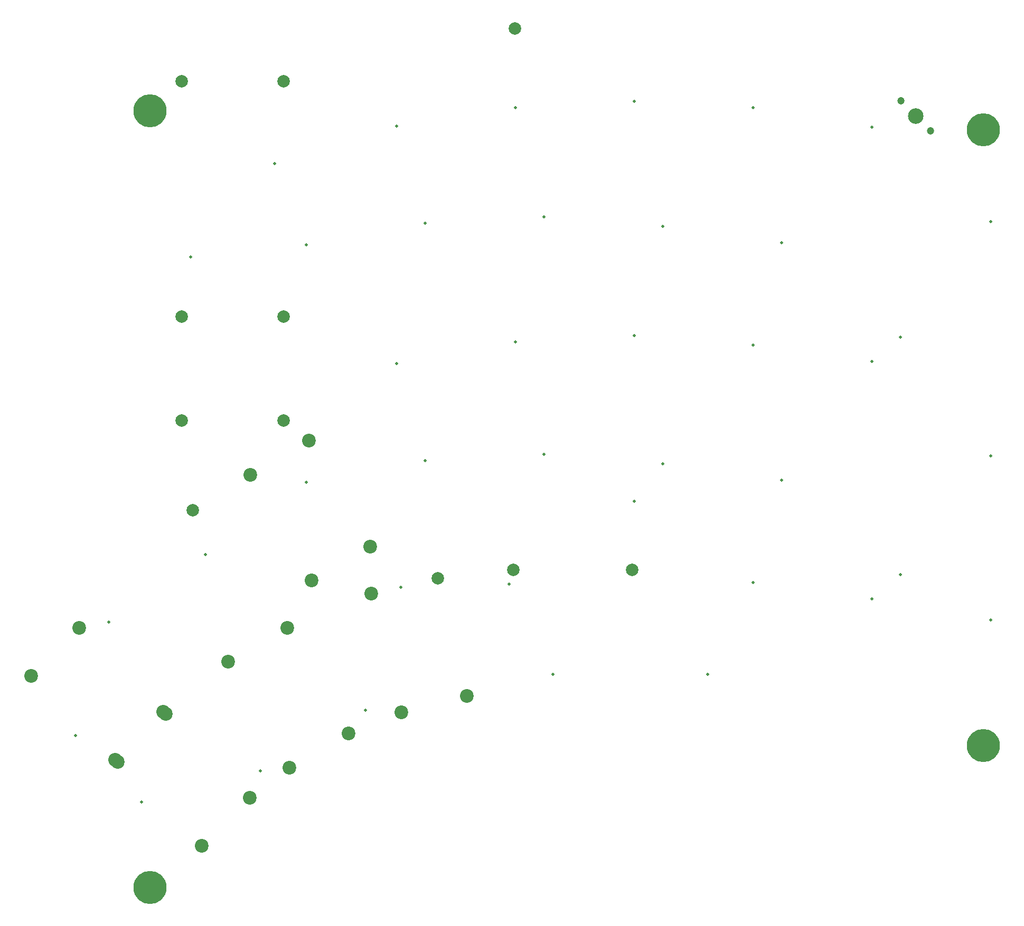
<source format=gbs>
%TF.GenerationSoftware,KiCad,Pcbnew,5.1.12-84ad8e8a86~92~ubuntu20.04.1*%
%TF.CreationDate,2021-11-17T23:27:19+01:00*%
%TF.ProjectId,LergoTopPlate_FR4_Rails_LessRouting,4c657267-6f54-46f7-9050-6c6174655f46,v1.A*%
%TF.SameCoordinates,Original*%
%TF.FileFunction,Soldermask,Bot*%
%TF.FilePolarity,Negative*%
%FSLAX46Y46*%
G04 Gerber Fmt 4.6, Leading zero omitted, Abs format (unit mm)*
G04 Created by KiCad (PCBNEW 5.1.12-84ad8e8a86~92~ubuntu20.04.1) date 2021-11-17 23:27:19*
%MOMM*%
%LPD*%
G01*
G04 APERTURE LIST*
%ADD10C,0.500000*%
%ADD11C,2.200000*%
%ADD12C,2.000000*%
%ADD13C,5.300000*%
%ADD14C,1.200000*%
%ADD15C,2.500000*%
G04 APERTURE END LIST*
D10*
X97312190Y-145794472D03*
X86705588Y-135187870D03*
D11*
X138917245Y-131422627D03*
X134142390Y-112413135D03*
X149488850Y-128767223D03*
X120645220Y-117880052D03*
X130445220Y-134854150D03*
X111205544Y-123330052D03*
X121005544Y-140304150D03*
X106945463Y-152886146D03*
X93086171Y-139026854D03*
X114652927Y-145178682D03*
X100793635Y-131319390D03*
X93475079Y-139415762D03*
X79615787Y-125556470D03*
X101182543Y-131708298D03*
X87323251Y-117849006D03*
X124530162Y-110278553D03*
X114730162Y-93304455D03*
X133969838Y-104828553D03*
X124169838Y-87854455D03*
D10*
X107565382Y-106125107D03*
X92088632Y-116962044D03*
X133202631Y-131049091D03*
X163260001Y-125370001D03*
X116331560Y-140789607D03*
X123700000Y-94510000D03*
X138909139Y-111365824D03*
X138200000Y-75460000D03*
X123700000Y-56410000D03*
X138200000Y-37360000D03*
X156260000Y-110870000D03*
X188100000Y-125370000D03*
X180850000Y-91590000D03*
X195350000Y-110640000D03*
X195350000Y-72540000D03*
X180850000Y-53490000D03*
X195350000Y-34440000D03*
X142750000Y-91010000D03*
X157250000Y-71960000D03*
X142750000Y-52910000D03*
X157250000Y-34360000D03*
X161800000Y-90050000D03*
X176300000Y-97570000D03*
X176300000Y-71000000D03*
X161800000Y-51950000D03*
X176300000Y-33400000D03*
X199900000Y-94170000D03*
X199900000Y-56070000D03*
X214400000Y-113220000D03*
X214400000Y-75120000D03*
X214400000Y-37520000D03*
X233450000Y-116620000D03*
X218950000Y-109350000D03*
X218950000Y-71250000D03*
X233450000Y-90300000D03*
X233450000Y-52700000D03*
X118650000Y-43387500D03*
X105150000Y-58387500D03*
D12*
X103756250Y-84581250D03*
X120043750Y-30157500D03*
X120043750Y-67912500D03*
X103756250Y-67912500D03*
X103756250Y-30157500D03*
X120043750Y-84581250D03*
D13*
X98638899Y-34932171D03*
X98638899Y-159529137D03*
X232220381Y-136740000D03*
X232220381Y-37928844D03*
D12*
X175973750Y-108595000D03*
X156923750Y-108575000D03*
X144793444Y-109920811D03*
X105500000Y-99000000D03*
X157143750Y-21659375D03*
D14*
X223818750Y-38103125D03*
X219056250Y-33340625D03*
D15*
X221437500Y-35721875D03*
M02*

</source>
